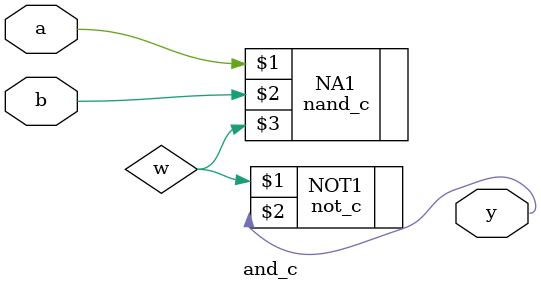
<source format=v>
module and_c(a,b,y);

	input a,b;
	output y;
	wire w;

	nand_c NA1(a,b,w);
	not_c NOT1(w,y);

endmodule

</source>
